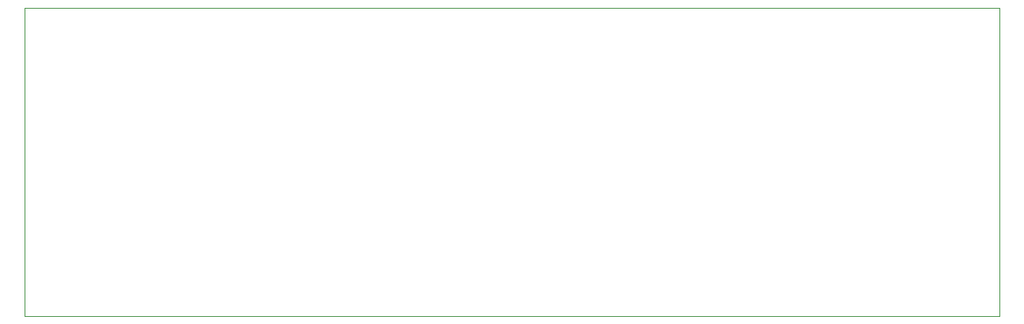
<source format=gbr>
%TF.GenerationSoftware,KiCad,Pcbnew,8.0.2-8.0.2-0~ubuntu22.04.1*%
%TF.CreationDate,2024-05-31T00:48:12+02:00*%
%TF.ProjectId,Version 1,56657273-696f-46e2-9031-2e6b69636164,1*%
%TF.SameCoordinates,Original*%
%TF.FileFunction,Profile,NP*%
%FSLAX46Y46*%
G04 Gerber Fmt 4.6, Leading zero omitted, Abs format (unit mm)*
G04 Created by KiCad (PCBNEW 8.0.2-8.0.2-0~ubuntu22.04.1) date 2024-05-31 00:48:12*
%MOMM*%
%LPD*%
G01*
G04 APERTURE LIST*
%TA.AperFunction,Profile*%
%ADD10C,0.050000*%
%TD*%
G04 APERTURE END LIST*
D10*
X43815000Y-42545000D02*
X147955000Y-42545000D01*
X147955000Y-75565000D01*
X43815000Y-75565000D01*
X43815000Y-42545000D01*
M02*

</source>
